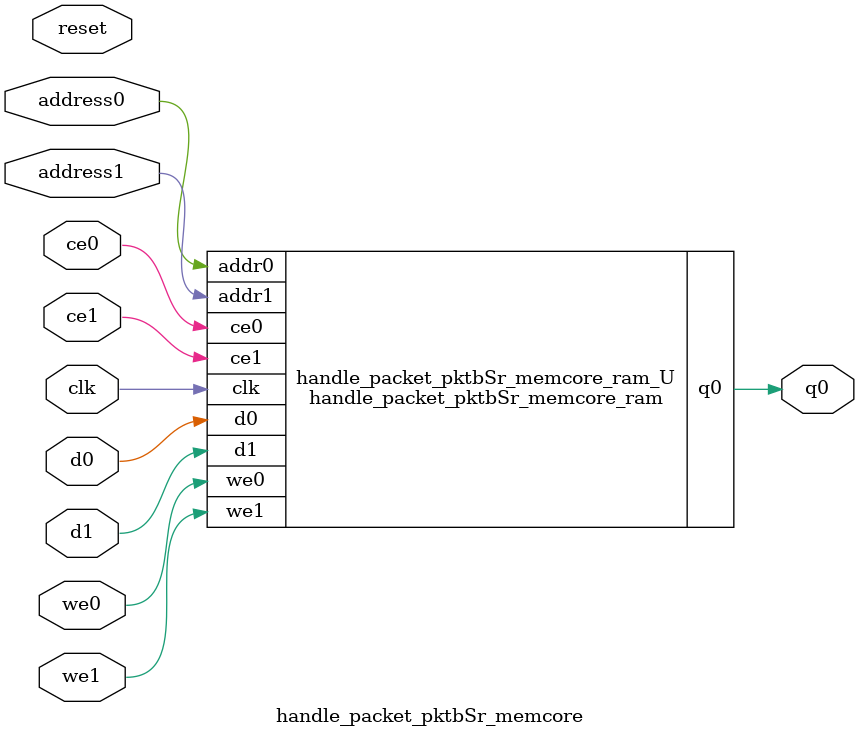
<source format=v>

`timescale 1 ns / 1 ps
module handle_packet_pktbSr_memcore_ram (addr0, ce0, d0, we0, q0, addr1, ce1, d1, we1,  clk);

parameter DWIDTH = 1;
parameter AWIDTH = 1;
parameter MEM_SIZE = 2;

input[AWIDTH-1:0] addr0;
input ce0;
input[DWIDTH-1:0] d0;
input we0;
output reg[DWIDTH-1:0] q0;
input[AWIDTH-1:0] addr1;
input ce1;
input[DWIDTH-1:0] d1;
input we1;
input clk;

(* ram_style = "block" *)reg [DWIDTH-1:0] ram[0:MEM_SIZE-1];




always @(posedge clk)  
begin 
    if (ce0) 
    begin
        if (we0) 
        begin 
            ram[addr0] <= d0; 
            q0 <= d0;
        end 
        else 
            q0 <= ram[addr0];
    end
end


always @(posedge clk)  
begin 
    if (ce1) 
    begin
        if (we1) 
        begin 
            ram[addr1] <= d1; 
        end 
    end
end


endmodule


`timescale 1 ns / 1 ps
module handle_packet_pktbSr_memcore(
    reset,
    clk,
    address0,
    ce0,
    we0,
    d0,
    q0,
    address1,
    ce1,
    we1,
    d1);

parameter DataWidth = 32'd1;
parameter AddressRange = 32'd2;
parameter AddressWidth = 32'd1;
input reset;
input clk;
input[AddressWidth - 1:0] address0;
input ce0;
input we0;
input[DataWidth - 1:0] d0;
output[DataWidth - 1:0] q0;
input[AddressWidth - 1:0] address1;
input ce1;
input we1;
input[DataWidth - 1:0] d1;



handle_packet_pktbSr_memcore_ram handle_packet_pktbSr_memcore_ram_U(
    .clk( clk ),
    .addr0( address0 ),
    .ce0( ce0 ),
    .d0( d0 ),
    .we0( we0 ),
    .q0( q0 ),
    .addr1( address1 ),
    .ce1( ce1 ),
    .d1( d1 ),
    .we1( we1 ));

endmodule


</source>
